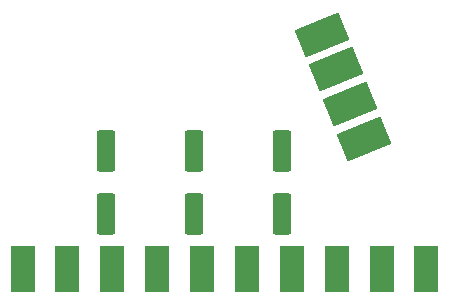
<source format=gbr>
%TF.GenerationSoftware,KiCad,Pcbnew,8.0.0*%
%TF.CreationDate,2025-10-26T17:29:43+03:00*%
%TF.ProjectId,SCART_Cable_Breakout,53434152-545f-4436-9162-6c655f427265,rev?*%
%TF.SameCoordinates,Original*%
%TF.FileFunction,Soldermask,Top*%
%TF.FilePolarity,Negative*%
%FSLAX46Y46*%
G04 Gerber Fmt 4.6, Leading zero omitted, Abs format (unit mm)*
G04 Created by KiCad (PCBNEW 8.0.0) date 2025-10-26 17:29:43*
%MOMM*%
%LPD*%
G01*
G04 APERTURE LIST*
G04 Aperture macros list*
%AMRoundRect*
0 Rectangle with rounded corners*
0 $1 Rounding radius*
0 $2 $3 $4 $5 $6 $7 $8 $9 X,Y pos of 4 corners*
0 Add a 4 corners polygon primitive as box body*
4,1,4,$2,$3,$4,$5,$6,$7,$8,$9,$2,$3,0*
0 Add four circle primitives for the rounded corners*
1,1,$1+$1,$2,$3*
1,1,$1+$1,$4,$5*
1,1,$1+$1,$6,$7*
1,1,$1+$1,$8,$9*
0 Add four rect primitives between the rounded corners*
20,1,$1+$1,$2,$3,$4,$5,0*
20,1,$1+$1,$4,$5,$6,$7,0*
20,1,$1+$1,$6,$7,$8,$9,0*
20,1,$1+$1,$8,$9,$2,$3,0*%
%AMRotRect*
0 Rectangle, with rotation*
0 The origin of the aperture is its center*
0 $1 length*
0 $2 width*
0 $3 Rotation angle, in degrees counterclockwise*
0 Add horizontal line*
21,1,$1,$2,0,0,$3*%
G04 Aperture macros list end*
%ADD10RoundRect,0.250000X-0.550000X1.500000X-0.550000X-1.500000X0.550000X-1.500000X0.550000X1.500000X0*%
%ADD11R,2.000000X4.000000*%
%ADD12RotRect,4.000000X2.500000X202.300000*%
G04 APERTURE END LIST*
D10*
%TO.C,C2*%
X90900000Y-91200000D03*
X90900000Y-96600000D03*
%TD*%
%TO.C,C1*%
X83500000Y-91200000D03*
X83500000Y-96600000D03*
%TD*%
D11*
%TO.C,J1*%
X110600000Y-101250000D03*
X106800000Y-101250000D03*
X103000000Y-101250000D03*
X99200000Y-101250000D03*
X95400000Y-101250000D03*
X91600000Y-101250000D03*
X87800000Y-101250000D03*
X84000000Y-101250000D03*
X80200000Y-101250000D03*
X76400000Y-101250000D03*
%TD*%
D12*
%TO.C,J2*%
X101741892Y-81397260D03*
X102918205Y-84265409D03*
X104132466Y-87226079D03*
X105346724Y-90186752D03*
%TD*%
D10*
%TO.C,C3*%
X98400000Y-91200000D03*
X98400000Y-96600000D03*
%TD*%
M02*

</source>
